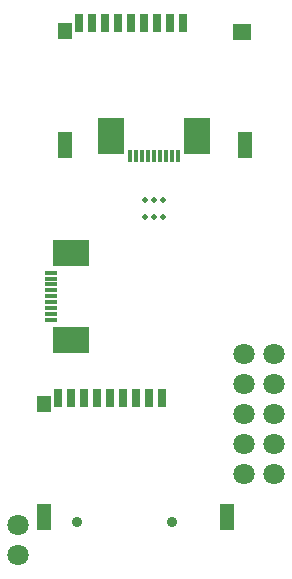
<source format=gbr>
%TF.GenerationSoftware,KiCad,Pcbnew,8.0.4*%
%TF.CreationDate,2024-08-27T23:39:26+01:00*%
%TF.ProjectId,qmmister-sd-relocate,716d6d69-7374-4657-922d-73642d72656c,rev?*%
%TF.SameCoordinates,Original*%
%TF.FileFunction,Soldermask,Top*%
%TF.FilePolarity,Negative*%
%FSLAX46Y46*%
G04 Gerber Fmt 4.6, Leading zero omitted, Abs format (unit mm)*
G04 Created by KiCad (PCBNEW 8.0.4) date 2024-08-27 23:39:26*
%MOMM*%
%LPD*%
G01*
G04 APERTURE LIST*
%ADD10R,1.100000X0.300000*%
%ADD11R,3.100000X2.300000*%
%ADD12C,1.800000*%
%ADD13C,0.900000*%
%ADD14R,0.700000X1.600000*%
%ADD15R,1.200000X2.200000*%
%ADD16R,1.200000X1.400000*%
%ADD17C,0.500000*%
%ADD18R,0.300000X1.100000*%
%ADD19R,2.300000X3.100000*%
%ADD20R,1.600000X1.400000*%
G04 APERTURE END LIST*
D10*
%TO.C,J3*%
X40800000Y-59920000D03*
X40800000Y-59420000D03*
X40800000Y-58920000D03*
X40800000Y-58420000D03*
X40800000Y-57920000D03*
X40800000Y-57420000D03*
X40800000Y-56920000D03*
X40800000Y-56420000D03*
X40800000Y-55920000D03*
D11*
X42500000Y-61590000D03*
X42500000Y-54250000D03*
%TD*%
D12*
%TO.C,J6*%
X59750000Y-73000000D03*
X57210000Y-73000000D03*
X59750000Y-70460000D03*
X57210000Y-70460000D03*
X59750000Y-67920000D03*
X57210000Y-67920000D03*
X59750000Y-65380000D03*
X57210000Y-65380000D03*
X59750000Y-62840000D03*
X57210000Y-62840000D03*
%TD*%
D13*
%TO.C,J2*%
X51050000Y-77000000D03*
X43050000Y-77000000D03*
D14*
X50250000Y-66500000D03*
X49150000Y-66500000D03*
X48050000Y-66500000D03*
X46950000Y-66500000D03*
X45850000Y-66500000D03*
X44750000Y-66500000D03*
X43650000Y-66500000D03*
X42550000Y-66500000D03*
X41450000Y-66500000D03*
D15*
X55750000Y-76600000D03*
X40250000Y-76600000D03*
D16*
X40250000Y-67000000D03*
%TD*%
D17*
%TO.C,mouse-bite-2mm-slot*%
X48800000Y-49750000D03*
X48800000Y-51250000D03*
X49550000Y-49750000D03*
X49550000Y-51250000D03*
X50300000Y-49750000D03*
X50300000Y-51250000D03*
%TD*%
D18*
%TO.C,J4*%
X51550000Y-46025000D03*
X51050000Y-46025000D03*
X50550000Y-46025000D03*
X50050000Y-46025000D03*
X49550000Y-46025000D03*
X49050000Y-46025000D03*
X48550000Y-46025000D03*
X48050000Y-46025000D03*
X47550000Y-46025000D03*
D19*
X53220000Y-44325000D03*
X45880000Y-44325000D03*
%TD*%
D14*
%TO.C,J1*%
X52000000Y-34771855D03*
X50900000Y-34771855D03*
X49800000Y-34771855D03*
X48700000Y-34771855D03*
X47600000Y-34771855D03*
X46500000Y-34771855D03*
X45400000Y-34771855D03*
X44300000Y-34771855D03*
X43200000Y-34771855D03*
D15*
X57284968Y-45100000D03*
D20*
X57034968Y-35571855D03*
D15*
X42034968Y-45100000D03*
D16*
X42000000Y-35500000D03*
%TD*%
D12*
%TO.C,J5*%
X38000000Y-77250000D03*
X38000000Y-79790000D03*
%TD*%
M02*

</source>
